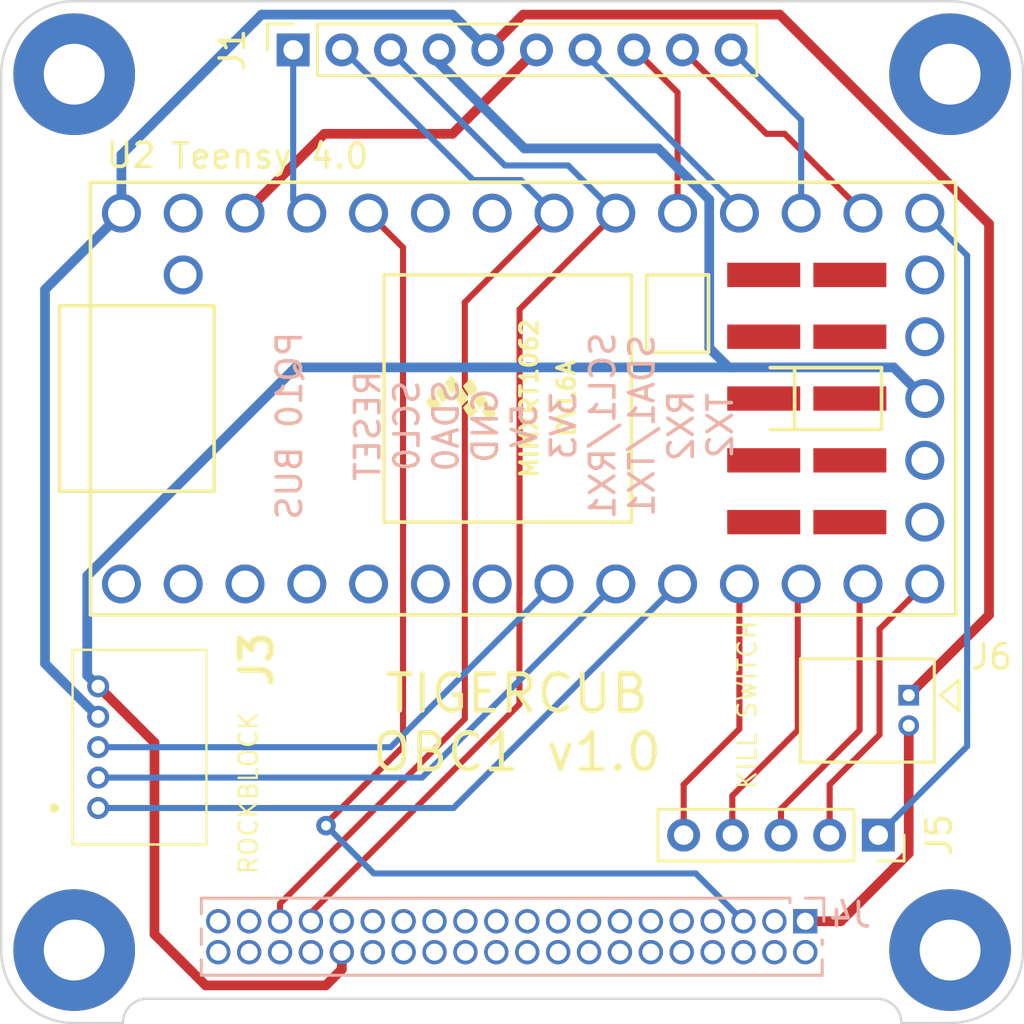
<source format=kicad_pcb>
(kicad_pcb (version 20221018) (generator pcbnew)
  (layers (0 "F.Cu" signal) (31 "B.Cu" signal) (34 "B.Paste" user) (35 "F.Paste" user) (36 "B.SilkS" user "B.Silkscreen") (37 "F.SilkS" user "F.Silkscreen") (38 "B.Mask" user) (39 "F.Mask" user) (44 "Edge.Cuts" user))
  (net 0 "")
  (net 1 "5V")
  (net 4 "3V3")
  (net 7 "Net-(J5-DET)")
  (net 23 "Net-(J5-CLK)")
  (net 24 "Net-(J5-SO)")
  (net 25 "Net-(J5-SI)")
  (net 26 "Net-(J5-CS)")
  (net 27 "RXD")
  (net 29 "SCL0")
  (net 30 "SDA0")
  (net 31 "GND")
  (net 32 "SCL1{slash}TX1")
  (net 33 "SDA1{slash}RX1")
  (net 34 "RX2")
  (net 35 "TX2")
  (net 36 "EPS_RESET")
  (net 37 "SAT_PWR_ENABLE")
  (net 77 "Net-(J4-5V-Pad1)")
  (net 78 "TXD")
  (net 79 "ON{slash}OFF")
  (net 82 "RESET")
  (footprint "thesis:MountingHole_2.5mm_Pad" (layer "F.Cu") (at 53 53)
    (fp_text reference "H2" hide)
    (fp_text value "MountingHole_Pad" hide)
    (pad "1" thru_hole circle (at 0 0) (size 5 5) (drill 2.5) (layers "*.Cu" "*.Mask"))
  )
  (footprint "thesis:MountingHole_2.5mm_Pad" (layer "F.Cu") (at 89 89)
    (fp_text reference "H4" hide)
    (fp_text value "MountingHole_Pad" hide)
    (pad "1" thru_hole circle (at 0 0) (size 5 5) (drill 2.5) (layers "*.Cu" "*.Mask"))
  )
  (footprint "Connector_PinSocket_2.00mm:PinSocket_1x10_P2.00mm_Vertical" (layer "F.Cu") (at 62 52 90)
    (fp_text reference "J1" (at 0 -2.5 90) (layer "F.SilkS"))
    (fp_text value "~")
    (fp_line (start -1.06 1) (end -1.06 19.06) (stroke (width 0.12)) (layer "F.SilkS"))
    (fp_line (start -1.06 1) (end 1.06 1) (stroke (width 0.12)) (layer "F.SilkS"))
    (fp_line (start -1.06 19.06) (end 1.06 19.06) (stroke (width 0.12)) (layer "F.SilkS"))
    (fp_line (start 0 -1.06) (end 1.06 -1.06) (stroke (width 0.12)) (layer "F.SilkS"))
    (fp_line (start 1.06 -1.06) (end 1.06 0) (stroke (width 0.12)) (layer "F.SilkS"))
    (fp_line (start 1.06 1) (end 1.06 19.06) (stroke (width 0.12)) (layer "F.SilkS"))
    (pad "1" thru_hole rect (at 0 0 90) (size 1.35 1.35) (drill 0.8) (layers "*.Cu" "*.Mask") (net 82 "RESET"))
    (pad "2" thru_hole oval (at 0 2 90) (size 1.35 1.35) (drill 0.8) (layers "*.Cu" "*.Mask") (net 29 "SCL0"))
    (pad "3" thru_hole oval (at 0 4 90) (size 1.35 1.35) (drill 0.8) (layers "*.Cu" "*.Mask") (net 30 "SDA0"))
    (pad "4" thru_hole oval (at 0 6 90) (size 1.35 1.35) (drill 0.8) (layers "*.Cu" "*.Mask") (net 31 "GND"))
    (pad "5" thru_hole oval (at 0 8 90) (size 1.35 1.35) (drill 0.8) (layers "*.Cu" "*.Mask") (net 1 "5V"))
    (pad "6" thru_hole oval (at 0 10 90) (size 1.35 1.35) (drill 0.8) (layers "*.Cu" "*.Mask") (net 4 "3V3"))
    (pad "7" thru_hole oval (at 0 12 90) (size 1.35 1.35) (drill 0.8) (layers "*.Cu" "*.Mask") (net 32 "SCL1{slash}TX1"))
    (pad "8" thru_hole oval (at 0 14 90) (size 1.35 1.35) (drill 0.8) (layers "*.Cu" "*.Mask") (net 33 "SDA1{slash}RX1"))
    (pad "9" thru_hole oval (at 0 16 90) (size 1.35 1.35) (drill 0.8) (layers "*.Cu" "*.Mask") (net 34 "RX2"))
    (pad "10" thru_hole oval (at 0 18 90) (size 1.35 1.35) (drill 0.8) (layers "*.Cu" "*.Mask") (net 35 "TX2"))
  )
  (footprint "thesis:530480510" (layer "F.Cu") (at 57.8 76.85 -90)
    (fp_text reference "J3" (at 0.2 -2.7 90) (layer "F.SilkS") (effects (font (size 1.27 1.27) (thickness 0.254))))
    (fp_text value "53048-0510" hide)
    (fp_line (start -0.19 -0.635) (end 7.81 -0.635) (stroke (width 0.1)) (layer "F.SilkS"))
    (fp_line (start -0.19 4.865) (end -0.19 -0.635) (stroke (width 0.1)) (layer "F.SilkS"))
    (fp_line (start 6.21 5.615) (end 6.21 5.615) (stroke (width 0.2)) (layer "F.SilkS"))
    (fp_line (start 6.41 5.615) (end 6.41 5.615) (stroke (width 0.2)) (layer "F.SilkS"))
    (fp_line (start 7.81 -0.635) (end 7.81 4.865) (stroke (width 0.1)) (layer "F.SilkS"))
    (fp_line (start 7.81 4.865) (end -0.19 4.865) (stroke (width 0.1)) (layer "F.SilkS"))
    (fp_arc (start 6.21 5.615) (mid 6.31 5.515) (end 6.41 5.615) (stroke (width 0.2)) (layer "F.SilkS"))
    (fp_arc (start 6.41 5.615) (mid 6.31 5.715) (end 6.21 5.615) (stroke (width 0.2)) (layer "F.SilkS"))
    (pad "1" thru_hole circle (at 6.31 3.815 270) (size 0.9 0.9) (drill 0.55) (layers "*.Cu" "*.Mask") (net 78 "TXD"))
    (pad "2" thru_hole circle (at 5.06 3.815 270) (size 0.9 0.9) (drill 0.55) (layers "*.Cu" "*.Mask") (net 27 "RXD"))
    (pad "3" thru_hole circle (at 3.81 3.815 270) (size 0.9 0.9) (drill 0.55) (layers "*.Cu" "*.Mask") (net 79 "ON{slash}OFF"))
    (pad "4" thru_hole circle (at 2.56 3.815 270) (size 0.9 0.9) (drill 0.55) (layers "*.Cu" "*.Mask") (net 1 "5V"))
    (pad "5" thru_hole circle (at 1.31 3.815 270) (size 0.9 0.9) (drill 0.55) (layers "*.Cu" "*.Mask") (net 31 "GND"))
  )
  (footprint "Connector_PinSocket_2.00mm:PinSocket_1x05_P2.00mm_Vertical" (layer "F.Cu") (at 86.05 84.275 -90)
    (fp_text reference "J5" (at 0 -2.5 -90) (layer "F.SilkS"))
    (fp_text value "~")
    (fp_line (start -1.06 1) (end -1.06 9.06) (stroke (width 0.12)) (layer "F.SilkS"))
    (fp_line (start -1.06 1) (end 1.06 1) (stroke (width 0.12)) (layer "F.SilkS"))
    (fp_line (start -1.06 9.06) (end 1.06 9.06) (stroke (width 0.12)) (layer "F.SilkS"))
    (fp_line (start 0 -1.06) (end 1.06 -1.06) (stroke (width 0.12)) (layer "F.SilkS"))
    (fp_line (start 1.06 -1.06) (end 1.06 0) (stroke (width 0.12)) (layer "F.SilkS"))
    (fp_line (start 1.06 1) (end 1.06 9.06) (stroke (width 0.12)) (layer "F.SilkS"))
    (pad "1" thru_hole rect (at 0 0 270) (size 1.35 1.35) (drill 0.8) (layers "*.Cu" "*.Mask") (net 23 "Net-(J5-CLK)"))
    (pad "2" thru_hole oval (at 0 2 270) (size 1.35 1.35) (drill 0.8) (layers "*.Cu" "*.Mask") (net 24 "Net-(J5-SO)"))
    (pad "3" thru_hole oval (at 0 4 270) (size 1.35 1.35) (drill 0.8) (layers "*.Cu" "*.Mask") (net 25 "Net-(J5-SI)"))
    (pad "4" thru_hole oval (at 0 6 270) (size 1.35 1.35) (drill 0.8) (layers "*.Cu" "*.Mask") (net 26 "Net-(J5-CS)"))
    (pad "5" thru_hole oval (at 0 8 270) (size 1.35 1.35) (drill 0.8) (layers "*.Cu" "*.Mask") (net 7 "Net-(J5-DET)"))
  )
  (footprint "thesis:Molex_Picoblade_2x1_horz" (layer "F.Cu") (at 87.300002 78.525001 -90)
    (fp_text reference "J6" (at -1.575001 -3.399998 unlocked) (layer "F.SilkS"))
    (fp_text value "530480210" hide)
    (fp_line (start -1.499997 -1.049998) (end -1.499997 4.450001) (stroke (width 0.127)) (layer "F.SilkS"))
    (fp_line (start -1.499997 4.450001) (end 2.749995 4.450001) (stroke (width 0.127)) (layer "F.SilkS"))
    (fp_line (start -0.635 -2.065998) (end 0 -1.303998) (stroke (width 0.127)) (layer "F.SilkS"))
    (fp_line (start 0 -1.303998) (end 0.635 -2.065998) (stroke (width 0.127)) (layer "F.SilkS"))
    (fp_line (start 0.635 -2.065998) (end -0.635 -2.065998) (stroke (width 0.127)) (layer "F.SilkS"))
    (fp_line (start 2.749995 -1.049998) (end -1.499997 -1.049998) (stroke (width 0.127)) (layer "F.SilkS"))
    (fp_line (start 2.749995 4.450001) (end 2.749995 -1.049998) (stroke (width 0.127)) (layer "F.SilkS"))
    (pad "1" thru_hole rect (at 0 0 270) (size 0.85 0.85) (drill 0.5) (layers "*.Cu" "*.Mask") (net 1 "5V"))
    (pad "2" thru_hole circle (at 1.25 0 270) (size 0.85 0.85) (drill 0.5) (layers "*.Cu" "*.Mask") (net 77 "Net-(J4-5V-Pad1)"))
  )
  (footprint "thesis:MountingHole_2.5mm_Pad" (layer "F.Cu") (at 89 53)
    (fp_text reference "H1" hide)
    (fp_text value "MountingHole_Pad" hide)
    (pad "1" thru_hole circle (at 0 0) (size 5 5) (drill 2.5) (layers "*.Cu" "*.Mask"))
  )
  (footprint "thesis:MountingHole_2.5mm_Pad" (layer "F.Cu") (at 53 89)
    (fp_text reference "H3" hide)
    (fp_text value "MountingHole_Pad" hide)
    (pad "1" thru_hole circle (at 0 0) (size 5 5) (drill 2.5) (layers "*.Cu" "*.Mask"))
  )
  (footprint "thesis:Teensy40" (layer "F.Cu") (at 71.45 66.33)
    (fp_text reference "U2" (at -16.11 -10) (layer "F.SilkS"))
    (fp_text value "Teensy4.0")
    (fp_text user "MIMXRT1062" (at 0.254 0 90) (layer "F.SilkS") (effects (font (size 0.7 0.7))))
    (fp_text user "DVL6A" (at 1.778 0 90) (layer "F.SilkS") (effects (font (size 0.7 0.7))))
    (fp_line (start -19.05 -3.81) (end -17.78 -3.81) (stroke (width 0.15)) (layer "F.SilkS"))
    (fp_line (start -19.05 3.81) (end -19.05 -3.81) (stroke (width 0.15)) (layer "F.SilkS"))
    (fp_line (start -17.78 -8.89) (end 17.78 -8.89) (stroke (width 0.15)) (layer "F.SilkS"))
    (fp_line (start -17.78 3.81) (end -19.05 3.81) (stroke (width 0.15)) (layer "F.SilkS"))
    (fp_line (start -17.78 8.89) (end -17.78 -8.89) (stroke (width 0.15)) (layer "F.SilkS"))
    (fp_line (start -12.7 -3.81) (end -17.78 -3.81) (stroke (width 0.15)) (layer "F.SilkS"))
    (fp_line (start -12.7 3.81) (end -17.78 3.81) (stroke (width 0.15)) (layer "F.SilkS"))
    (fp_line (start -12.7 3.81) (end -12.7 -3.81) (stroke (width 0.15)) (layer "F.SilkS"))
    (fp_line (start -5.715 -5.08) (end -5.715 5.08) (stroke (width 0.15)) (layer "F.SilkS"))
    (fp_line (start 4.445 -5.08) (end -5.715 -5.08) (stroke (width 0.15)) (layer "F.SilkS"))
    (fp_line (start 4.445 5.08) (end -5.715 5.08) (stroke (width 0.15)) (layer "F.SilkS"))
    (fp_line (start 4.445 5.08) (end 4.445 -5.08) (stroke (width 0.15)) (layer "F.SilkS"))
    (fp_line (start 5.08 -5.08) (end 7.62 -5.08) (stroke (width 0.15)) (layer "F.SilkS"))
    (fp_line (start 5.08 -1.905) (end 5.08 -5.08) (stroke (width 0.15)) (layer "F.SilkS"))
    (fp_line (start 7.62 -5.08) (end 7.62 -1.905) (stroke (width 0.15)) (layer "F.SilkS"))
    (fp_line (start 7.62 -1.905) (end 5.08 -1.905) (stroke (width 0.15)) (layer "F.SilkS"))
    (fp_line (start 10.16 -1.27) (end 14.732 -1.27) (stroke (width 0.15)) (layer "F.SilkS"))
    (fp_line (start 11.16 1.27) (end 11.16 -1.27) (stroke (width 0.15)) (layer "F.SilkS"))
    (fp_line (start 14.732 -1.27) (end 14.732 1.27) (stroke (width 0.15)) (layer "F.SilkS"))
    (fp_line (start 14.732 1.27) (end 10.16 1.27) (stroke (width 0.15)) (layer "F.SilkS"))
    (fp_line (start 17.78 -8.89) (end 17.78 8.89) (stroke (width 0.15)) (layer "F.SilkS"))
    (fp_line (start 17.78 8.89) (end -17.78 8.89) (stroke (width 0.15)) (layer "F.SilkS"))
    (fp_poly (pts (xy -3.937 0.127) (xy -3.683 -0.127) (xy -3.429 0.254) (xy -3.683 0.508)) (stroke (width 0.1)) (fill solid) (layer "F.SilkS"))
    (fp_poly (pts (xy -3.556 -0.254) (xy -3.302 -0.508) (xy -3.048 -0.127) (xy -3.302 0.127)) (stroke (width 0.1)) (fill solid) (layer "F.SilkS"))
    (fp_poly (pts (xy -3.175 -0.635) (xy -2.921 -0.889) (xy -2.667 -0.508) (xy -2.921 -0.254)) (stroke (width 0.1)) (fill solid) (layer "F.SilkS"))
    (fp_poly (pts (xy -2.794 -0.127) (xy -2.54 -0.381) (xy -2.286 0) (xy -2.54 0.254)) (stroke (width 0.1)) (fill solid) (layer "F.SilkS"))
    (fp_poly (pts (xy -2.413 -0.508) (xy -2.159 -0.762) (xy -1.905 -0.381) (xy -2.159 -0.127)) (stroke (width 0.1)) (fill solid) (layer "F.SilkS"))
    (fp_poly (pts (xy -2.413 0.381) (xy -2.159 0.127) (xy -1.905 0.508) (xy -2.159 0.762)) (stroke (width 0.1)) (fill solid) (layer "F.SilkS"))
    (fp_poly (pts (xy -2.032 0) (xy -1.778 -0.254) (xy -1.524 0.127) (xy -1.778 0.381)) (stroke (width 0.1)) (fill solid) (layer "F.SilkS"))
    (fp_poly (pts (xy -1.651 0.508) (xy -1.397 0.254) (xy -1.143 0.635) (xy -1.397 0.889)) (stroke (width 0.1)) (fill solid) (layer "F.SilkS"))
    (pad "1" thru_hole circle (at -16.51 7.62) (size 1.6 1.6) (drill 1.1) (layers "*.Cu" "*.Mask"))
    (pad "2" thru_hole circle (at -13.97 7.62) (size 1.6 1.6) (drill 1.1) (layers "*.Cu" "*.Mask"))
    (pad "3" thru_hole circle (at -11.43 7.62) (size 1.6 1.6) (drill 1.1) (layers "*.Cu" "*.Mask"))
    (pad "4" thru_hole circle (at -8.89 7.62) (size 1.6 1.6) (drill 1.1) (layers "*.Cu" "*.Mask"))
    (pad "5" thru_hole circle (at -6.35 7.62) (size 1.6 1.6) (drill 1.1) (layers "*.Cu" "*.Mask"))
    (pad "6" thru_hole circle (at -3.81 7.62) (size 1.6 1.6) (drill 1.1) (layers "*.Cu" "*.Mask"))
    (pad "7" thru_hole circle (at -1.27 7.62) (size 1.6 1.6) (drill 1.1) (layers "*.Cu" "*.Mask"))
    (pad "8" thru_hole circle (at 1.27 7.62) (size 1.6 1.6) (drill 1.1) (layers "*.Cu" "*.Mask") (net 79 "ON{slash}OFF"))
    (pad "9" thru_hole circle (at 3.81 7.62) (size 1.6 1.6) (drill 1.1) (layers "*.Cu" "*.Mask") (net 27 "RXD"))
    (pad "10" thru_hole circle (at 6.35 7.62) (size 1.6 1.6) (drill 1.1) (layers "*.Cu" "*.Mask") (net 78 "TXD"))
    (pad "11" thru_hole circle (at 8.89 7.62) (size 1.6 1.6) (drill 1.1) (layers "*.Cu" "*.Mask") (net 7 "Net-(J5-DET)"))
    (pad "12" thru_hole circle (at 11.43 7.62) (size 1.6 1.6) (drill 1.1) (layers "*.Cu" "*.Mask") (net 26 "Net-(J5-CS)"))
    (pad "13" thru_hole circle (at 13.97 7.62) (size 1.6 1.6) (drill 1.1) (layers "*.Cu" "*.Mask") (net 25 "Net-(J5-SI)"))
    (pad "14" thru_hole circle (at 16.51 7.62) (size 1.6 1.6) (drill 1.1) (layers "*.Cu" "*.Mask") (net 24 "Net-(J5-SO)"))
    (pad "15" thru_hole circle (at 16.51 5.08) (size 1.6 1.6) (drill 1.1) (layers "*.Cu" "*.Mask"))
    (pad "16" thru_hole circle (at 16.51 2.54) (size 1.6 1.6) (drill 1.1) (layers "*.Cu" "*.Mask"))
    (pad "17" thru_hole circle (at 16.51 0) (size 1.6 1.6) (drill 1.1) (layers "*.Cu" "*.Mask") (net 31 "GND"))
    (pad "18" thru_hole circle (at 16.51 -2.54) (size 1.6 1.6) (drill 1.1) (layers "*.Cu" "*.Mask"))
    (pad "19" thru_hole circle (at 16.51 -5.08) (size 1.6 1.6) (drill 1.1) (layers "*.Cu" "*.Mask"))
    (pad "20" thru_hole circle (at 16.51 -7.62) (size 1.6 1.6) (drill 1.1) (layers "*.Cu" "*.Mask") (net 23 "Net-(J5-CLK)"))
    (pad "21" thru_hole circle (at 13.97 -7.62) (size 1.6 1.6) (drill 1.1) (layers "*.Cu" "*.Mask") (net 34 "RX2"))
    (pad "22" thru_hole circle (at 11.43 -7.62) (size 1.6 1.6) (drill 1.1) (layers "*.Cu" "*.Mask") (net 35 "TX2"))
    (pad "23" thru_hole circle (at 8.89 -7.62) (size 1.6 1.6) (drill 1.1) (layers "*.Cu" "*.Mask") (net 32 "SCL1{slash}TX1"))
    (pad "24" thru_hole circle (at 6.35 -7.62) (size 1.6 1.6) (drill 1.1) (layers "*.Cu" "*.Mask") (net 33 "SDA1{slash}RX1"))
    (pad "25" thru_hole circle (at 3.81 -7.62) (size 1.6 1.6) (drill 1.1) (layers "*.Cu" "*.Mask") (net 30 "SDA0"))
    (pad "26" thru_hole circle (at 1.27 -7.62) (size 1.6 1.6) (drill 1.1) (layers "*.Cu" "*.Mask") (net 29 "SCL0"))
    (pad "27" thru_hole circle (at -1.27 -7.62) (size 1.6 1.6) (drill 1.1) (layers "*.Cu" "*.Mask"))
    (pad "28" thru_hole circle (at -3.81 -7.62) (size 1.6 1.6) (drill 1.1) (layers "*.Cu" "*.Mask"))
    (pad "29" thru_hole circle (at -6.35 -7.62) (size 1.6 1.6) (drill 1.1) (layers "*.Cu" "*.Mask") (net 37 "SAT_PWR_ENABLE"))
    (pad "30" thru_hole circle (at -8.89 -7.62) (size 1.6 1.6) (drill 1.1) (layers "*.Cu" "*.Mask") (net 82 "RESET"))
    (pad "31" thru_hole circle (at -11.43 -7.62) (size 1.6 1.6) (drill 1.1) (layers "*.Cu" "*.Mask") (net 4 "3V3"))
    (pad "32" thru_hole circle (at -13.97 -7.62) (size 1.6 1.6) (drill 1.1) (layers "*.Cu" "*.Mask"))
    (pad "33" thru_hole circle (at -16.51 -7.62) (size 1.6 1.6) (drill 1.1) (layers "*.Cu" "*.Mask") (net 1 "5V"))
    (pad "34" thru_hole circle (at -13.97 -5.08) (size 1.6 1.6) (drill 1.1) (layers "*.Cu" "*.Mask"))
    (pad "35" smd rect (at 13.43 -5.08) (size 3 1) (layers "F.Cu" "F.Paste" "F.Mask"))
    (pad "36" smd rect (at 9.89 -5.08) (size 3 1) (layers "F.Cu" "F.Paste" "F.Mask"))
    (pad "37" smd rect (at 13.43 -2.54) (size 3 1) (layers "F.Cu" "F.Paste" "F.Mask"))
    (pad "38" smd rect (at 9.89 -2.54) (size 3 1) (layers "F.Cu" "F.Paste" "F.Mask"))
    (pad "39" smd rect (at 13.43 0) (size 3 1) (layers "F.Cu" "F.Paste" "F.Mask"))
    (pad "40" smd rect (at 9.89 0) (size 3 1) (layers "F.Cu" "F.Paste" "F.Mask"))
    (pad "41" smd rect (at 13.43 2.54) (size 3 1) (layers "F.Cu" "F.Paste" "F.Mask"))
    (pad "42" smd rect (at 9.89 2.54) (size 3 1) (layers "F.Cu" "F.Paste" "F.Mask"))
    (pad "43" smd rect (at 13.43 5.08) (size 3 1) (layers "F.Cu" "F.Paste" "F.Mask"))
    (pad "44" smd rect (at 9.89 5.08) (size 3 1) (layers "F.Cu" "F.Paste" "F.Mask"))
  )
  (footprint "Connector_PinSocket_1.27mm:PinSocket_2x20_P1.27mm_Vertical" (layer "B.Cu") (at 60.19 89.355 -90)
    (fp_text reference "J4" (at -1.805 -24.71) (layer "B.SilkS") (effects (justify mirror)))
    (fp_text value "~" hide)
    (fp_line (start -2.49 -23.62) (end -2.49 -22.86) (stroke (width 0.12)) (layer "B.SilkS"))
    (fp_line (start -2.49 -22.225) (end -2.49 1.965) (stroke (width 0.12)) (layer "B.SilkS"))
    (fp_line (start -2.3 -22.225) (end -2.49 -22.225) (stroke (width 0.12)) (layer "B.SilkS"))
    (fp_line (start -1.84753 1.965) (end -2.49 1.965) (stroke (width 0.12)) (layer "B.SilkS"))
    (fp_line (start -1.54 -23.62) (end -2.49 -23.62) (stroke (width 0.12)) (layer "B.SilkS"))
    (fp_line (start -0.57753 -23.555) (end -0.78 -23.555) (stroke (width 0.12)) (layer "B.SilkS"))
    (fp_line (start -0.57753 1.965) (end -1.23247 1.965) (stroke (width 0.12)) (layer "B.SilkS"))
    (fp_line (start 0.68 -23.555) (end 0.03753 -23.555) (stroke (width 0.12)) (layer "B.SilkS"))
    (fp_line (start 0.68 -23.555) (end 0.68 1.965) (stroke (width 0.12)) (layer "B.SilkS"))
    (fp_line (start 0.68 1.965) (end 0.03753 1.965) (stroke (width 0.12)) (layer "B.SilkS"))
    (pad "1" thru_hole rect (at -1.54 -22.86 270) (size 1 1) (drill 0.7) (layers "*.Cu" "*.Mask") (net 77 "Net-(J4-5V-Pad1)"))
    (pad "2" thru_hole oval (at -0.27 -22.86 270) (size 1 1) (drill 0.7) (layers "*.Cu" "*.Mask"))
    (pad "3" thru_hole oval (at -1.54 -21.59 270) (size 1 1) (drill 0.7) (layers "*.Cu" "*.Mask"))
    (pad "4" thru_hole oval (at -0.27 -21.59 270) (size 1 1) (drill 0.7) (layers "*.Cu" "*.Mask"))
    (pad "5" thru_hole oval (at -1.54 -20.32 270) (size 1 1) (drill 0.7) (layers "*.Cu" "*.Mask") (net 37 "SAT_PWR_ENABLE"))
    (pad "6" thru_hole oval (at -0.27 -20.32 270) (size 1 1) (drill 0.7) (layers "*.Cu" "*.Mask"))
    (pad "7" thru_hole oval (at -1.54 -19.05 270) (size 1 1) (drill 0.7) (layers "*.Cu" "*.Mask"))
    (pad "8" thru_hole oval (at -0.27 -19.05 270) (size 1 1) (drill 0.7) (layers "*.Cu" "*.Mask"))
    (pad "9" thru_hole oval (at -1.54 -17.78 270) (size 1 1) (drill 0.7) (layers "*.Cu" "*.Mask"))
    (pad "10" thru_hole oval (at -0.27 -17.78 270) (size 1 1) (drill 0.7) (layers "*.Cu" "*.Mask"))
    (pad "11" thru_hole oval (at -1.54 -16.51 270) (size 1 1) (drill 0.7) (layers "*.Cu" "*.Mask"))
    (pad "12" thru_hole oval (at -0.27 -16.51 270) (size 1 1) (drill 0.7) (layers "*.Cu" "*.Mask"))
    (pad "13" thru_hole oval (at -1.54 -15.24 270) (size 1 1) (drill 0.7) (layers "*.Cu" "*.Mask"))
    (pad "14" thru_hole oval (at -0.27 -15.24 270) (size 1 1) (drill 0.7) (layers "*.Cu" "*.Mask"))
    (pad "15" thru_hole oval (at -1.54 -13.97 270) (size 1 1) (drill 0.7) (layers "*.Cu" "*.Mask"))
    (pad "16" thru_hole oval (at -0.27 -13.97 270) (size 1 1) (drill 0.7) (layers "*.Cu" "*.Mask"))
    (pad "17" thru_hole oval (at -1.54 -12.7 270) (size 1 1) (drill 0.7) (layers "*.Cu" "*.Mask"))
    (pad "18" thru_hole oval (at -0.27 -12.7 270) (size 1 1) (drill 0.7) (layers "*.Cu" "*.Mask"))
    (pad "19" thru_hole oval (at -1.54 -11.43 270) (size 1 1) (drill 0.7) (layers "*.Cu" "*.Mask"))
    (pad "20" thru_hole oval (at -0.27 -11.43 270) (size 1 1) (drill 0.7) (layers "*.Cu" "*.Mask"))
    (pad "21" thru_hole oval (at -1.54 -10.16 270) (size 1 1) (drill 0.7) (layers "*.Cu" "*.Mask"))
    (pad "22" thru_hole oval (at -0.27 -10.16 270) (size 1 1) (drill 0.7) (layers "*.Cu" "*.Mask"))
    (pad "23" thru_hole oval (at -1.54 -8.89 270) (size 1 1) (drill 0.7) (layers "*.Cu" "*.Mask"))
    (pad "24" thru_hole oval (at -0.27 -8.89 270) (size 1 1) (drill 0.7) (layers "*.Cu" "*.Mask"))
    (pad "25" thru_hole oval (at -1.54 -7.62 270) (size 1 1) (drill 0.7) (layers "*.Cu" "*.Mask"))
    (pad "26" thru_hole oval (at -0.27 -7.62 270) (size 1 1) (drill 0.7) (layers "*.Cu" "*.Mask"))
    (pad "27" thru_hole oval (at -1.54 -6.35 270) (size 1 1) (drill 0.7) (layers "*.Cu" "*.Mask"))
    (pad "28" thru_hole oval (at -0.27 -6.35 270) (size 1 1) (drill 0.7) (layers "*.Cu" "*.Mask"))
    (pad "29" thru_hole oval (at -1.54 -5.08 270) (size 1 1) (drill 0.7) (layers "*.Cu" "*.Mask"))
    (pad "30" thru_hole oval (at -0.27 -5.08 270) (size 1 1) (drill 0.7) (layers "*.Cu" "*.Mask"))
    (pad "31" thru_hole oval (at -1.54 -3.81 270) (size 1 1) (drill 0.7) (layers "*.Cu" "*.Mask"))
    (pad "32" thru_hole oval (at -0.27 -3.81 270) (size 1 1) (drill 0.7) (layers "*.Cu" "*.Mask") (net 31 "GND"))
    (pad "33" thru_hole oval (at -1.54 -2.54 270) (size 1 1) (drill 0.7) (layers "*.Cu" "*.Mask") (net 30 "SDA0"))
    (pad "34" thru_hole oval (at -0.27 -2.54 270) (size 1 1) (drill 0.7) (layers "*.Cu" "*.Mask"))
    (pad "35" thru_hole oval (at -1.54 -1.27 270) (size 1 1) (drill 0.7) (layers "*.Cu" "*.Mask") (net 29 "SCL0"))
    (pad "36" thru_hole oval (at -0.27 -1.27 270) (size 1 1) (drill 0.7) (layers "*.Cu" "*.Mask") (net 36 "EPS_RESET"))
    (pad "37" thru_hole oval (at -1.54 0 270) (size 1 1) (drill 0.7) (layers "*.Cu" "*.Mask"))
    (pad "38" thru_hole oval (at -0.27 0 270) (size 1 1) (drill 0.7) (layers "*.Cu" "*.Mask"))
    (pad "39" thru_hole oval (at -1.54 1.27 270) (size 1 1) (drill 0.7) (layers "*.Cu" "*.Mask"))
    (pad "40" thru_hole oval (at -0.27 1.27 270) (size 1 1) (drill 0.7) (layers "*.Cu" "*.Mask"))
  )
  (gr_arc (start 53 92) (mid 50.87868 91.12132) (end 50 89) (stroke (width 0.1)) (layer "Edge.Cuts"))
  (gr_arc (start 86 91) (mid 86.707107 91.292893) (end 87 92) (stroke (width 0.1)) (layer "Edge.Cuts"))
  (gr_line (start 87 92) (end 89 92) (stroke (width 0.1)) (layer "Edge.Cuts"))
  (gr_arc (start 92 89) (mid 91.12132 91.12132) (end 89 92) (stroke (width 0.1)) (layer "Edge.Cuts"))
  (gr_line (start 92 53) (end 92 89) (stroke (width 0.1)) (layer "Edge.Cuts"))
  (gr_arc (start 55 92) (mid 55.292893 91.292893) (end 56 91) (stroke (width 0.1)) (layer "Edge.Cuts"))
  (gr_arc (start 50 53) (mid 50.87868 50.87868) (end 53 50) (stroke (width 0.1)) (layer "Edge.Cuts"))
  (gr_line (start 55 92) (end 53 92) (stroke (width 0.1)) (layer "Edge.Cuts"))
  (gr_line (start 53 50) (end 89 50) (stroke (width 0.1)) (layer "Edge.Cuts"))
  (gr_arc (start 89 50) (mid 91.12132 50.87868) (end 92 53) (stroke (width 0.1)) (layer "Edge.Cuts"))
  (gr_line (start 86 91) (end 56 91) (stroke (width 0.1)) (layer "Edge.Cuts"))
  (gr_line (start 50 89) (end 50 53) (stroke (width 0.1)) (layer "Edge.Cuts"))
  (gr_text "PQ10 BUS\n\nRESET\nSCL0\nSDA0\nGND\n5V\n3V3\nSCL1/RX1\nSDA1/TX1\nRX2\nTX2" (at 70.7 67.45 90) (layer "B.SilkS") (effects (font (size 1 1)) (justify mirror)))
  (gr_text "TIGERCUB\nOBC1 v1.0" (at 71.2 81.75) (layer "F.SilkS") (effects (font (size 1.5 1.5) (thickness 0.2)) (justify bottom)))
  (gr_text "Teensy 4.0" (at 56.9 56.95) (layer "F.SilkS") (effects (font (size 1 1)) (justify left bottom)))
  (gr_text "KILL SWITCH" (at 81.1 82.45 90) (layer "F.SilkS") (effects (font (size 0.75 0.75) (thickness 0.1) bold) (justify left bottom)))
  (gr_text "ROCKBLOCK" (at 60.6 85.95 90) (layer "F.SilkS") (effects (font (size 0.75 0.75) (thickness 0.1) bold) (justify left bottom)))
  (segment (start 71.45 50.55) (end 70 52) (width 0.4) (layer "F.Cu") (net 1))
  (segment (start 90.6 59.15) (end 82 50.55) (width 0.4) (layer "F.Cu") (net 1))
  (segment (start 90.6 75.225003) (end 90.6 59.15) (width 0.4) (layer "F.Cu") (net 1))
  (segment (start 82 50.55) (end 71.45 50.55) (width 0.4) (layer "F.Cu") (net 1))
  (segment (start 87.300002 78.525001) (end 90.6 75.225003) (width 0.4) (layer "F.Cu") (net 1))
  (segment (start 54.94 56.31) (end 60.7 50.55) (width 0.4) (layer "B.Cu") (net 1))
  (segment (start 68.55 50.55) (end 70 52) (width 0.4) (layer "B.Cu") (net 1))
  (segment (start 60.7 50.55) (end 68.55 50.55) (width 0.4) (layer "B.Cu") (net 1))
  (segment (start 51.8 77.225) (end 53.985 79.41) (width 0.4) (layer "B.Cu") (net 1))
  (segment (start 54.94 58.71) (end 54.94 56.31) (width 0.4) (layer "B.Cu") (net 1))
  (segment (start 54.94 58.71) (end 51.8 61.85) (width 0.4) (layer "B.Cu") (net 1))
  (segment (start 51.8 61.85) (end 51.8 77.225) (width 0.4) (layer "B.Cu") (net 1))
  (segment (start 63.28 55.45) (end 60.02 58.71) (width 0.4) (layer "F.Cu") (net 4))
  (segment (start 72 52) (end 68.55 55.45) (width 0.4) (layer "F.Cu") (net 4))
  (segment (start 68.55 55.45) (end 63.28 55.45) (width 0.4) (layer "F.Cu") (net 4))
  (segment (start 80.34 73.95) (end 80.34 79.91) (width 0.25) (layer "F.Cu") (net 7))
  (segment (start 80.34 79.91) (end 78.05 82.2) (width 0.25) (layer "F.Cu") (net 7))
  (segment (start 78.05 82.2) (end 78.05 84.275) (width 0.25) (layer "F.Cu") (net 7))
  (segment (start 89.7 80.625) (end 86.05 84.275) (width 0.25) (layer "B.Cu") (net 23))
  (segment (start 87.96 58.71) (end 89.7 60.45) (width 0.25) (layer "B.Cu") (net 23))
  (segment (start 89.7 60.45) (end 89.7 80.625) (width 0.25) (layer "B.Cu") (net 23))
  (segment (start 84.05 84.275) (end 84.05 82.2) (width 0.25) (layer "F.Cu") (net 24))
  (segment (start 86.1 80.15) (end 86.1 75.81) (width 0.25) (layer "F.Cu") (net 24))
  (segment (start 86.1 75.81) (end 87.96 73.95) (width 0.25) (layer "F.Cu") (net 24))
  (segment (start 84.05 82.2) (end 86.1 80.15) (width 0.25) (layer "F.Cu") (net 24))
  (segment (start 85.28 79.965) (end 82.05 83.195) (width 0.25) (layer "F.Cu") (net 25))
  (segment (start 85.28 74.09) (end 85.28 79.965) (width 0.25) (layer "F.Cu") (net 25))
  (segment (start 85.42 73.95) (end 85.28 74.09) (width 0.25) (layer "F.Cu") (net 25))
  (segment (start 82.05 83.195) (end 82.05 84.275) (width 0.25) (layer "F.Cu") (net 25))
  (segment (start 82.88 73.95) (end 82.74 74.09) (width 0.25) (layer "F.Cu") (net 26))
  (segment (start 80.05 82.655) (end 80.05 84.275) (width 0.25) (layer "F.Cu") (net 26))
  (segment (start 82.74 79.965) (end 80.05 82.655) (width 0.25) (layer "F.Cu") (net 26))
  (segment (start 82.74 74.09) (end 82.74 79.965) (width 0.25) (layer "F.Cu") (net 26))
  (segment (start 53.985 81.91) (end 67.3 81.91) (width 0.25) (layer "B.Cu") (net 27))
  (segment (start 67.3 81.91) (end 75.26 73.95) (width 0.25) (layer "B.Cu") (net 27))
  (segment (start 61.46 87.09) (end 69.055 79.495) (width 0.25) (layer "F.Cu") (net 29))
  (segment (start 69.055 62.375) (end 72.72 58.71) (width 0.25) (layer "F.Cu") (net 29))
  (segment (start 61.46 87.465) (end 61.46 87.09) (width 0.25) (layer "F.Cu") (net 29))
  (segment (start 69.055 79.495) (end 69.055 62.375) (width 0.25) (layer "F.Cu") (net 29))
  (segment (start 69.4 57.35) (end 71.36 57.35) (width 0.25) (layer "B.Cu") (net 29))
  (segment (start 64 52) (end 64.05 52) (width 0.25) (layer "B.Cu") (net 29))
  (segment (start 64.05 52) (end 69.4 57.35) (width 0.25) (layer "B.Cu") (net 29))
  (segment (start 71.36 57.35) (end 72.72 58.71) (width 0.25) (layer "B.Cu") (net 29))
  (segment (start 71.3 78.895) (end 71.3 74.420991) (width 0.25) (layer "F.Cu") (net 30))
  (segment (start 71.305 62.665) (end 75.26 58.71) (width 0.25) (layer "F.Cu") (net 30))
  (segment (start 71.3 74.420991) (end 71.305 74.415991) (width 0.25) (layer "F.Cu") (net 30))
  (segment (start 62.73 87.465) (end 71.3 78.895) (width 0.25) (layer "F.Cu") (net 30))
  (segment (start 71.305 74.415991) (end 71.305 62.665) (width 0.25) (layer "F.Cu") (net 30))
  (segment (start 66 52.05) (end 70.7 56.75) (width 0.25) (layer "B.Cu") (net 30))
  (segment (start 73.3 56.75) (end 75.26 58.71) (width 0.25) (layer "B.Cu") (net 30))
  (segment (start 70.7 56.75) (end 73.3 56.75) (width 0.25) (layer "B.Cu") (net 30))
  (segment (start 66 52) (end 66 52.05) (width 0.25) (layer "B.Cu") (net 30))
  (segment (start 58.4 90.45) (end 63.342106 90.45) (width 0.4) (layer "F.Cu") (net 31))
  (segment (start 56.3 88.35) (end 58.4 90.45) (width 0.4) (layer "F.Cu") (net 31))
  (segment (start 64 89.792106) (end 64 89.085) (width 0.4) (layer "F.Cu") (net 31))
  (segment (start 63.342106 90.45) (end 64 89.792106) (width 0.4) (layer "F.Cu") (net 31))
  (segment (start 53.985 78.16) (end 56.3 80.475) (width 0.4) (layer "F.Cu") (net 31))
  (segment (start 56.3 80.475) (end 56.3 88.35) (width 0.4) (layer "F.Cu") (net 31))
  (segment (start 53.985 78.16) (end 53.535 77.71) (width 0.4) (layer "B.Cu") (net 31))
  (segment (start 79.1 64.25) (end 79.9 65.05) (width 0.4) (layer "B.Cu") (net 31))
  (segment (start 79.1 58.15) (end 79.1 64.25) (width 0.4) (layer "B.Cu") (net 31))
  (segment (start 53.535 73.615) (end 62.1 65.05) (width 0.4) (layer "B.Cu") (net 31))
  (segment (start 53.535 77.71) (end 53.535 73.615) (width 0.4) (layer "B.Cu") (net 31))
  (segment (start 68 52) (end 68 52.55) (width 0.4) (layer "B.Cu") (net 31))
  (segment (start 68 52.55) (end 71.5 56.05) (width 0.4) (layer "B.Cu") (net 31))
  (segment (start 77 56.05) (end 79.1 58.15) (width 0.4) (layer "B.Cu") (net 31))
  (segment (start 79.9 65.05) (end 86.68 65.05) (width 0.4) (layer "B.Cu") (net 31))
  (segment (start 71.5 56.05) (end 77 56.05) (width 0.4) (layer "B.Cu") (net 31))
  (segment (start 62.1 65.05) (end 79.9 65.05) (width 0.4) (layer "B.Cu") (net 31))
  (segment (start 86.68 65.05) (end 87.96 66.33) (width 0.4) (layer "B.Cu") (net 31))
  (segment (start 74 52.18) (end 80.34 58.52) (width 0.25) (layer "B.Cu") (net 32))
  (segment (start 80.34 58.52) (end 80.34 58.71) (width 0.25) (layer "B.Cu") (net 32))
  (segment (start 74 52) (end 74 52.18) (width 0.25) (layer "B.Cu") (net 32))
  (segment (start 76.05 52) (end 76 52) (width 0.25) (layer "F.Cu") (net 33))
  (segment (start 77.8 53.75) (end 76.05 52) (width 0.25) (layer "F.Cu") (net 33))
  (segment (start 77.8 58.71) (end 77.8 53.75) (width 0.25) (layer "F.Cu") (net 33))
  (segment (start 85.42 58.67) (end 85.42 58.71) (width 0.25) (layer "F.Cu") (net 34))
  (segment (start 81.45 55.45) (end 82.2 55.45) (width 0.25) (layer "F.Cu") (net 34))
  (segment (start 78 52) (end 81.45 55.45) (width 0.25) (layer "F.Cu") (net 34))
  (segment (start 82.2 55.45) (end 85.42 58.67) (width 0.25) (layer "F.Cu") (net 34))
  (segment (start 82.88 54.88) (end 82.88 58.71) (width 0.25) (layer "B.Cu") (net 35))
  (segment (start 80 52) (end 82.88 54.88) (width 0.25) (layer "B.Cu") (net 35))
  (segment (start 66.515 60.125) (end 65.1 58.71) (width 0.25) (layer "F.Cu") (net 37))
  (segment (start 63.35 83.8) (end 66.515 80.635) (width 0.25) (layer "F.Cu") (net 37))
  (segment (start 63.35 83.885) (end 63.35 83.8) (width 0.25) (layer "F.Cu") (net 37))
  (segment (start 66.515 80.635) (end 66.515 60.125) (width 0.25) (layer "F.Cu") (net 37))
  (via (at 63.35 83.885) (size 0.8) (drill 0.4) (layers "F.Cu" "B.Cu") (net 37))
  (segment (start 78.545 85.85) (end 80.51 87.815) (width 0.25) (layer "B.Cu") (net 37))
  (segment (start 65.315 85.85) (end 78.545 85.85) (width 0.25) (layer "B.Cu") (net 37))
  (segment (start 63.35 83.885) (end 65.315 85.85) (width 0.25) (layer "B.Cu") (net 37))
  (segment (start 84.51 87.815) (end 87.300002 85.024998) (width 0.4) (layer "F.Cu") (net 77))
  (segment (start 83.05 87.815) (end 84.51 87.815) (width 0.4) (layer "F.Cu") (net 77))
  (segment (start 87.300002 85.024998) (end 87.300002 79.775001) (width 0.4) (layer "F.Cu") (net 77))
  (segment (start 68.59 83.16) (end 77.8 73.95) (width 0.25) (layer "B.Cu") (net 78))
  (segment (start 53.985 83.16) (end 68.59 83.16) (width 0.25) (layer "B.Cu") (net 78))
  (segment (start 66.01 80.66) (end 72.72 73.95) (width 0.25) (layer "B.Cu") (net 79))
  (segment (start 53.985 80.66) (end 66.01 80.66) (width 0.25) (layer "B.Cu") (net 79))
  (segment (start 62 58.15) (end 62.56 58.71) (width 0.25) (layer "B.Cu") (net 82))
  (segment (start 62 52) (end 62 58.15) (width 0.25) (layer "B.Cu") (net 82))
)
</source>
